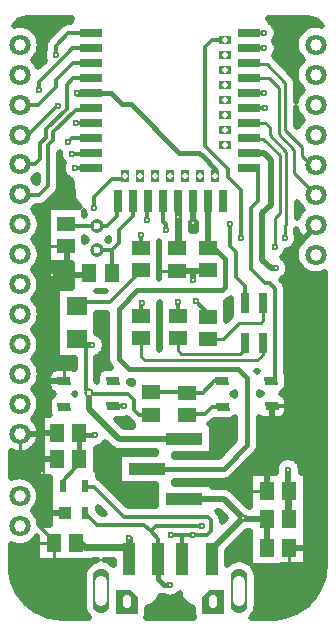
<source format=gbr>
G04 DipTrace 3.2.0.1*
G04 Âåðõíèé.gbr*
%MOMM*%
G04 #@! TF.FileFunction,Copper,L1,Top*
G04 #@! TF.Part,Single*
%AMOUTLINE0*
4,1,4,
0.54717,0.3544,
-0.55277,0.3456,
-0.54717,-0.3544,
0.55277,-0.3456,
0.54717,0.3544,
0*%
%AMOUTLINE9*
4,1,5,
-0.9,0.4,
-0.9,-1.0,
0.9,-1.0,
0.9,1.0,
-0.3,1.0,
-0.9,0.4,
0*%
%AMOUTLINE12*
4,1,5,
-0.9,-1.0,
0.9,-1.0,
0.9,0.4,
0.3,1.0,
-0.9,1.0,
-0.9,-1.0,
0*%
%ADD14C,0.5*%
%ADD15C,0.3*%
%ADD16C,0.6*%
%ADD17C,0.4*%
%ADD44C,0.7*%
%ADD45C,1.0*%
G04 #@! TA.AperFunction,CopperBalancing*
%ADD10C,0.25*%
G04 #@! TA.AperFunction,Conductor*
%ADD18C,0.45*%
%ADD19C,0.35*%
%ADD21R,1.5X1.3*%
%ADD22R,1.3X1.5*%
G04 #@! TA.AperFunction,ComponentPad*
%ADD24C,1.8*%
%ADD25C,1.8*%
%ADD27R,1.8X1.6*%
%ADD29R,0.8X1.8*%
%ADD30R,1.9X0.8*%
%ADD31R,0.8X1.9*%
G04 #@! TA.AperFunction,ComponentPad*
%ADD32R,1.1X0.75*%
%ADD33R,0.75X1.1*%
%ADD35R,1.0X1.0*%
%ADD36R,0.6X1.0*%
G04 #@! TA.AperFunction,ComponentPad*
%ADD37O,1.4X3.8*%
%ADD38R,1.0X2.7*%
%ADD40R,3.17X1.02*%
G04 #@! TA.AperFunction,ComponentPad*
%ADD41C,1.2*%
G04 #@! TA.AperFunction,ViaPad*
%ADD42C,0.8*%
%ADD86OUTLINE0*%
G04 #@! TA.AperFunction,ComponentPad*
%ADD95OUTLINE9*%
%ADD98OUTLINE12*%
%FSLAX35Y35*%
G04*
G71*
G90*
G75*
G01*
G04 Top*
%LPD*%
X233990Y-1588557D2*
D14*
Y-1508000D1*
D15*
X99000D1*
X232000Y-1106000D2*
D14*
Y-920000D1*
X232500D1*
X99000Y-1508000D2*
X359620D1*
D15*
X365620Y-1502000D1*
X-962180Y-1547077D2*
D14*
X-665077D1*
D15*
X-645000Y-1527000D1*
X-962180Y-1547077D2*
D14*
X-835143D1*
Y-1305507D1*
D15*
X-839233Y-1301417D1*
X-628000Y-5000D2*
D16*
X-751700D1*
Y-5550D1*
X-962180Y-1547077D2*
D14*
X-1046000Y-1630897D1*
Y-2444163D1*
X-858353D1*
X-1043413D2*
Y-2889000D1*
Y-2710400D1*
Y-2883797D1*
Y-3102870D1*
Y-3223637D1*
Y-3559367D1*
X-847757D1*
X-1043413Y-2710400D2*
D15*
X-1057510Y-2724497D1*
Y-3679360D1*
X-943713Y-3793157D1*
Y-3812647D1*
X-1230000Y-2889000D2*
D14*
X-1043413D1*
X423000Y-710000D2*
D17*
Y-647380D1*
X316157Y-540537D1*
X287230Y-511610D1*
X117830D1*
X-294430Y-99350D1*
X-363117D1*
X-457467Y-5000D1*
X-628000D1*
X-1045267Y-3223637D2*
D15*
X-1043413D1*
X-920637Y-3102870D2*
D14*
X-1043413D1*
X-920520Y-2883797D2*
X-1043413D1*
X1272000Y-1118000D2*
X1290420D1*
X1093323Y-1315097D1*
Y-1496563D1*
X1296777Y-1700017D1*
Y-2652013D1*
X1268460D1*
X1333000Y-2716553D1*
Y-3771000D1*
X1252000Y-3852000D1*
X1051000D1*
X900353Y-2655837D2*
D15*
X1292953D1*
X1296777Y-2652013D1*
X861000Y-3373407D2*
D14*
Y-3020947D1*
X900353Y-2981593D1*
Y-2655837D1*
X-153057Y-1077827D2*
D15*
Y-924557D1*
X-148500Y-920000D1*
X-575793Y-1126740D2*
X-489740D1*
X-410000Y-1047000D1*
Y-927500D1*
X-402500Y-920000D1*
X-839233Y-1111417D2*
X-816650Y-1134000D1*
X-583053D1*
X-575793Y-1126740D1*
Y-1336740D2*
X-449363D1*
X-388000Y-1275377D1*
Y-1160000D1*
X-275500Y-1047500D1*
Y-920000D1*
X-455000Y-1527000D2*
X-449363D1*
Y-1336740D1*
X106767Y-1052003D2*
D16*
X105500Y-920000D1*
X106767Y-1052003D2*
X106763D1*
Y-1310237D1*
D15*
X99000Y-1318000D1*
X548113Y-1116573D2*
Y-1296257D1*
X599080Y-1347223D1*
Y-1558770D1*
X675000Y-1634690D1*
Y-1780000D1*
X-616487Y-2141000D2*
D14*
X-750000D1*
Y-2090000D1*
D15*
Y-2061303D1*
X-675007Y-2136297D1*
Y-2493917D1*
Y-2518453D1*
X-644387Y-2549073D1*
X-316077D1*
X-265460Y-2599690D1*
Y-2687567D1*
X-225027Y-2728000D1*
X-118000D1*
X-648167Y-2542990D2*
X-675007Y-2493917D1*
X-648167Y-2542990D2*
D14*
Y-2677470D1*
X-393273Y-2932363D1*
X158500D1*
X359500Y-920000D2*
Y-1305880D1*
X365620Y-1312000D1*
X-158500Y-3186363D2*
D18*
X493560D1*
X693097Y-2986827D1*
Y-2419773D1*
X613930Y-2340607D1*
X-305660D1*
X-392877Y-2253390D1*
Y-1831640D1*
X-235637Y-1674400D1*
X479250D1*
X503700Y-1649950D1*
Y-1405437D1*
X410263Y-1312000D1*
X365620D1*
X-209000Y-1208000D2*
D15*
Y-1313000D1*
X3903Y-1167337D2*
Y-1114000D1*
X-17093Y-1093003D1*
Y-920000D1*
X-21500D1*
X-200220Y-1779233D2*
X-202000Y-1781013D1*
Y-1889000D1*
X-750000Y-1810000D2*
Y-1788247D1*
X-736623Y-1774870D1*
X-469643D1*
X-203387Y-1508613D1*
X-209000Y-1503000D1*
X365600Y-1899000D2*
Y-1871640D1*
X262853Y-1768893D1*
X365600Y-2089000D2*
D10*
X486377D1*
X625090Y-1950287D1*
X809363D1*
X829723Y-1929927D1*
Y-1784723D1*
X825000Y-1780000D1*
X107000Y-2080000D2*
Y-2184000D1*
X134617Y-2211617D1*
X632567D1*
X675000Y-2169183D1*
Y-2120000D1*
X-202000Y-2079000D2*
Y-2235000D1*
X-170103Y-2266897D1*
X777733D1*
X825000Y-2219630D1*
Y-2120000D1*
X105357Y-1769187D2*
D15*
X107000Y-1890000D1*
X712000Y122000D2*
D10*
X875277D1*
X959370Y37907D1*
Y-354547D1*
X1088487Y-483663D1*
Y-680487D1*
X1272000Y-864000D1*
X-762807Y-640000D2*
D15*
X-628000D1*
X-1230000Y-356000D2*
X-1159203D1*
X-913947Y-110743D1*
X-907450D1*
X-759317Y-255560D2*
X-631440D1*
X-628000Y-259000D1*
Y503000D2*
X-821407D1*
X-926237Y398170D1*
Y318023D1*
X-923397Y320863D1*
X-822293Y-422013D2*
X-786280Y-386000D1*
X-628000D1*
X-787590Y-518083D2*
X-633083D1*
X-628000Y-513000D1*
X-339000Y-710000D2*
Y-733253D1*
X-449147D1*
X-600520Y-884627D1*
Y-980843D1*
X-350233Y-2655177D2*
X-441647Y-2655837D1*
X644260Y-1231053D2*
Y-828310D1*
X532833Y-716883D1*
Y-650093D1*
X336950Y-454210D1*
Y383873D1*
X395093Y442017D1*
X497017D1*
X502000Y447000D1*
X898633Y-2440843D2*
X932663D1*
Y-1664260D1*
X884300Y-1615897D1*
X845980D1*
X725073Y-1494990D1*
Y-976110D1*
X785977Y-915207D1*
Y-640000D1*
X712000D1*
X185000Y-2731000D2*
Y-2718000D1*
X334997D1*
X393840Y-2659157D1*
X485367D1*
X185000Y-2541000D2*
X315437D1*
X412273Y-2444163D1*
X483647D1*
X-118000Y-2538000D2*
X185000D1*
Y-2541000D1*
X392000Y-3950000D2*
D14*
Y-3865750D1*
X649127Y-3608623D1*
X717000D1*
X861000D1*
Y-3612000D1*
Y-3852000D1*
X661927Y-3605847D2*
X717000Y-3608623D1*
X-595307Y-2902200D2*
D17*
X-712117D1*
D15*
X-730520Y-2883797D1*
D17*
Y-3102753D1*
D15*
X-730637Y-3102870D1*
X-867757Y-3329366D2*
Y-3288523D1*
D19*
X-761153Y-3181920D1*
Y-3133387D1*
D15*
X-730637Y-3102870D1*
X158500Y-3440363D2*
D14*
X496443D1*
X661927Y-3605847D1*
X1042370Y-3192390D2*
Y-3559490D1*
X1030610Y-3571250D1*
Y-3612000D1*
X1051000D1*
Y-3373407D2*
D17*
Y-3612000D1*
X712000Y-513000D2*
D14*
X837423D1*
X896147Y-571723D1*
Y-949170D1*
X822313Y-1023003D1*
Y-1416667D1*
X893183Y-1487537D1*
X935067D1*
X45117Y-3748457D2*
D15*
X142000D1*
Y-3746943D1*
X235873D1*
X928290Y-1305287D2*
D10*
Y-1064120D1*
X968627Y-1023783D1*
Y-532523D1*
X826103Y-390000D1*
X716000D1*
X712000Y-386000D1*
X235873Y-3746943D2*
D15*
X351933D1*
X384393Y-3714487D1*
Y-3618560D1*
X358967Y-3593133D1*
X-353760D1*
X-606800Y-3340090D1*
X-667033D1*
X-677757Y-3329367D1*
X142000Y-3950000D2*
Y-3746943D1*
X1011530Y-1230843D2*
D10*
Y-1131810D1*
X1026183Y-1117157D1*
Y-503423D1*
X884000Y-361240D1*
Y-294293D1*
X845707Y-256000D1*
X715000D1*
X712000Y-259000D1*
X-58000Y-3950000D2*
D17*
Y-4118257D1*
X-6737Y-4169520D1*
X41383D1*
X-58000Y-3950000D2*
D15*
Y-3780437D1*
X-122640Y-3715797D1*
X-176257Y-3662180D1*
X-574943D1*
X-677757Y-3559367D1*
X307803Y-3670370D2*
X-77213D1*
X-122640Y-3715797D1*
X-308000Y-3950000D2*
D16*
Y-3847810D1*
X-675553D1*
X-710717Y-3812647D1*
X-753713D1*
X-310353Y-3773427D2*
Y-3947647D1*
D15*
X-308000Y-3950000D1*
X842570Y-132553D2*
X712553D1*
X712000Y-132000D1*
X-1230000Y-102000D2*
X-1073497D1*
X-927997Y43500D1*
Y107917D1*
X-784307Y251607D1*
X-630607D1*
X-628000Y249000D1*
Y376000D2*
X-786527D1*
X-816417Y346110D1*
Y342387D1*
X-1069560Y89243D1*
Y24177D1*
X-1073273Y20463D1*
X712000Y249000D2*
D10*
Y242293D1*
X857183D1*
X1016580Y82897D1*
Y-320860D1*
X1153323Y-457603D1*
Y-533117D1*
X1257230Y-637023D1*
Y-610000D1*
X1272000D1*
X712000Y503000D2*
D15*
X836937D1*
X837007Y502930D1*
X712000Y376000D2*
X837087D1*
Y374127D1*
X712000Y-5000D2*
X838183Y-7077D1*
X-1230000Y-609000D2*
X-1101177D1*
X-1057657Y-565480D1*
Y-431187D1*
X-1010443Y-383973D1*
Y-311103D1*
X-835030Y-135690D1*
Y66533D1*
X-778263Y123300D1*
X-629300D1*
X-628000Y122000D1*
Y-132000D2*
Y-145430D1*
X-759467D1*
X-949193Y-335157D1*
Y-399637D1*
X-989747Y-440190D1*
Y-794417D1*
X-1066967Y-871637D1*
X-1221363D1*
X-1230000Y-863000D1*
D16*
X837007Y502930D3*
X837087Y374127D3*
X-923397Y320863D3*
X-1073273Y20463D3*
X-751700Y-5550D3*
X838183Y-7077D3*
X-907450Y-110743D3*
X-759317Y-255560D3*
X-822293Y-422013D3*
X-787590Y-518083D3*
X-762807Y-640000D3*
X-600520Y-980843D3*
X106767Y-1052003D3*
X3903Y-1167337D3*
X232000Y-1106000D3*
X-209000Y-1208000D3*
X1011530Y-1230843D3*
X928290Y-1305287D3*
X548113Y-1116573D3*
X644260Y-1231053D3*
X935067Y-1487537D3*
X-962180Y-1547077D3*
X233990Y-1588557D3*
X105357Y-1769187D3*
X262853Y-1768893D3*
X-200220Y-1779233D3*
X-616487Y-2141000D3*
X-350233Y-2655177D3*
X-595307Y-2902200D3*
D42*
X-648167Y-2542990D3*
D16*
X1042370Y-3192390D3*
X-1045267Y-3223637D3*
X307803Y-3670370D3*
X235873Y-3746943D3*
X661927Y-3605847D3*
X45117Y-3748457D3*
X-310353Y-3773427D3*
X41383Y-4169520D3*
X842570Y-132553D3*
X-153057Y-1077827D3*
X-1260297Y580333D2*
D14*
X-876273D1*
X915903D2*
X1300653D1*
X-1113917Y530667D2*
X-928863D1*
X945343D2*
X1155917D1*
X-1075817Y481000D2*
X-978537D1*
X946710D2*
X1117817D1*
X-1059957Y431333D2*
X-1017093D1*
X932490D2*
X1101957D1*
X-1059773Y381667D2*
X-1023200D1*
X948807D2*
X1101773D1*
X-1075270Y332000D2*
X-1034773D1*
X940420D2*
X1117270D1*
X-1112730Y282333D2*
X-1028213D1*
X948713D2*
X1154730D1*
X-1078733Y232667D2*
X-1061197D1*
X998390D2*
X1120733D1*
X1048063Y183000D2*
X1102870D1*
X1111047Y34000D2*
X1148807D1*
X1111047Y-214333D2*
X1143430D1*
X1111047Y-264000D2*
X1127603D1*
X-892703Y-611667D2*
X-870980D1*
X-892703Y-661333D2*
X-872607D1*
X-892703Y-711000D2*
X-847833D1*
X-892703Y-760667D2*
X-791143D1*
X-894163Y-810333D2*
X-790960D1*
X-920230Y-860000D2*
X-790777D1*
X-969903Y-909667D2*
X-780843D1*
X-1034163Y-959333D2*
X-735270D1*
X-1097600Y-1009000D2*
X-996220D1*
X1120707D2*
X1140513D1*
X-1068523Y-1058667D2*
X-996220D1*
X-1058227Y-1108333D2*
X-996220D1*
X218727D2*
X252477D1*
X-1063147Y-1158000D2*
X-996220D1*
X218727D2*
X252477D1*
X-1084750Y-1207667D2*
X-996220D1*
X-1102613Y-1257333D2*
X-996220D1*
X1120160D2*
X1145617D1*
X-1070713Y-1307000D2*
X-996220D1*
X1091723D2*
X1113167D1*
X-1058590Y-1356667D2*
X-996220D1*
X1027190D2*
X1100680D1*
X-1061780Y-1406333D2*
X-996220D1*
X1009783D2*
X1103597D1*
X-1081287Y-1456000D2*
X-791963D1*
X1042320D2*
X1122647D1*
X-1111180Y-1505667D2*
X-791963D1*
X1045513D2*
X1166853D1*
X-1076727Y-1555333D2*
X-791963D1*
X1022817D2*
X1346593D1*
X-1063057Y-1605000D2*
X-791963D1*
X1008050D2*
X1346593D1*
X-1064880Y-1654667D2*
X-922027D1*
X1029197D2*
X1346593D1*
X-1082560Y-1704333D2*
X-922027D1*
X1029653D2*
X1346500D1*
X-1113097Y-1754000D2*
X-922027D1*
X1029653D2*
X1346500D1*
X-1075453Y-1803667D2*
X-922027D1*
X522607D2*
X552987D1*
X1029653D2*
X1346500D1*
X-1059867Y-1853333D2*
X-922027D1*
X522607D2*
X552987D1*
X1029653D2*
X1346410D1*
X-1059867Y-1903000D2*
X-922027D1*
X-577977D2*
X-497380D1*
X522607D2*
X540853D1*
X1029653D2*
X1346410D1*
X-1075633Y-1952667D2*
X-922027D1*
X-577977D2*
X-497380D1*
X1029653D2*
X1346320D1*
X-1113550Y-2002333D2*
X-922027D1*
X-577977D2*
X-497380D1*
X1029653D2*
X1346320D1*
X-1082380Y-2052000D2*
X-922027D1*
X-552093D2*
X-497380D1*
X1029653D2*
X1346320D1*
X-1064787Y-2101667D2*
X-922027D1*
X1029653D2*
X1346227D1*
X-1063147Y-2151333D2*
X-922027D1*
X1029653D2*
X1346227D1*
X-1076910Y-2201000D2*
X-922027D1*
X-522927D2*
X-497403D1*
X1029653D2*
X1346227D1*
X-1111453Y-2250667D2*
X-772000D1*
X-577977D2*
X-497380D1*
X1029653D2*
X1346137D1*
X-1081650Y-2300333D2*
X-772000D1*
X-577977D2*
X-485620D1*
X1029653D2*
X1346137D1*
X-1061963Y-2350000D2*
X-967417D1*
X-577977D2*
X-556110D1*
X1029653D2*
X1346137D1*
X-1058590Y-2399667D2*
X-994943D1*
X1035120D2*
X1346047D1*
X-1070440Y-2449333D2*
X-995310D1*
X-306273D2*
X-274983D1*
X1035667D2*
X1346047D1*
X-1102067Y-2499000D2*
X-992573D1*
X1032203D2*
X1345953D1*
X-1086023Y-2548667D2*
X-952107D1*
X797597D2*
X812683D1*
X988090D2*
X1345953D1*
X-1066063Y-2598333D2*
X-989293D1*
X1033847D2*
X1345953D1*
X-1062510Y-2648000D2*
X-993760D1*
X1037310D2*
X1345863D1*
X-1074177Y-2697667D2*
X-993303D1*
X1037310D2*
X1345863D1*
X-1105440Y-2747333D2*
X-1067497D1*
X1012427D2*
X1345863D1*
X-1085660Y-2797000D2*
X-1067590D1*
X-379370D2*
X-290843D1*
X387167D2*
X588623D1*
X797597D2*
X1345773D1*
X399013Y-2846667D2*
X588623D1*
X797597D2*
X1345773D1*
X399013Y-2896333D2*
X588623D1*
X797597D2*
X1345680D1*
X399013Y-2946000D2*
X588167D1*
X797597D2*
X1345680D1*
X-1096507Y-2995667D2*
X-1067680D1*
X-538237D2*
X-479240D1*
X399013D2*
X538583D1*
X797230D2*
X1345680D1*
X-1166233Y-3045333D2*
X-1067680D1*
X-583630D2*
X-82027D1*
X399013D2*
X488910D1*
X778547D2*
X1345590D1*
X-1301677Y-3095000D2*
X-1067680D1*
X-583630D2*
X-399033D1*
X730603D2*
X993037D1*
X1091723D2*
X1345590D1*
X-1301583Y-3144667D2*
X-1067680D1*
X-583630D2*
X-399033D1*
X680930D2*
X941630D1*
X1143130D2*
X1345590D1*
X-1301583Y-3194333D2*
X-1067680D1*
X-583630D2*
X-399033D1*
X631347D2*
X930420D1*
X1154340D2*
X1345500D1*
X-1301493Y-3244000D2*
X-1067680D1*
X-565763D2*
X-399033D1*
X581670D2*
X714040D1*
X1198000D2*
X1345500D1*
X-1116287Y-3293667D2*
X-979723D1*
X-518097D2*
X-399033D1*
X82010D2*
X714040D1*
X1198000D2*
X1345500D1*
X-1079097Y-3343333D2*
X-979723D1*
X-468420D2*
X-82027D1*
X532907D2*
X714040D1*
X1198000D2*
X1345407D1*
X-1063693Y-3393000D2*
X-979723D1*
X-418747D2*
X-82027D1*
X598350D2*
X714040D1*
X1198000D2*
X1345407D1*
X-1063967Y-3442667D2*
X-979723D1*
X-369163D2*
X-82027D1*
X648023D2*
X714040D1*
X1198000D2*
X1345317D1*
X-1080010Y-3492333D2*
X-979723D1*
X-319487D2*
X-82027D1*
X697700D2*
X713953D1*
X1198000D2*
X1345317D1*
X-1118380Y-3542000D2*
X-979723D1*
X-560023D2*
X-540037D1*
X1198000D2*
X1345317D1*
X-1078003Y-3591667D2*
X-979723D1*
X477400D2*
X498537D1*
X1198000D2*
X1345227D1*
X-1060597Y-3641333D2*
X-979723D1*
X1198000D2*
X1345227D1*
X1198000Y-3691000D2*
X1345227D1*
X666347Y-3740667D2*
X714040D1*
X1198000D2*
X1345133D1*
X-1108263Y-3790333D2*
X-1090727D1*
X616670D2*
X714040D1*
X1198000D2*
X1345133D1*
X-1301130Y-3840000D2*
X-1090737D1*
X566997D2*
X714040D1*
X1198000D2*
X1345133D1*
X-1301130Y-3889667D2*
X-1090737D1*
X523977D2*
X714040D1*
X1198000D2*
X1345043D1*
X-1301037Y-3939333D2*
X-1090737D1*
X523977D2*
X714040D1*
X1198000D2*
X1345043D1*
X-1301037Y-3989000D2*
X-644397D1*
X1198000D2*
X1343950D1*
X-1301037Y-4038667D2*
X-681583D1*
X765603D2*
X1340213D1*
X-1294020Y-4088333D2*
X-694527D1*
X778547D2*
X1336477D1*
X-1283447Y-4138000D2*
X-694983D1*
X779000D2*
X1320433D1*
X-1263120Y-4187667D2*
X-694983D1*
X779000D2*
X1304120D1*
X-1240517Y-4237333D2*
X-694983D1*
X779000D2*
X1273583D1*
X-1200413Y-4287000D2*
X-694983D1*
X-47143D2*
X131163D1*
X779000D2*
X1237857D1*
X-1154383Y-4336667D2*
X-694983D1*
X-88523D2*
X172543D1*
X779000D2*
X1195380D1*
X-1089580Y-4386333D2*
X-687510D1*
X-149047D2*
X231970D1*
X771527D2*
X1120370D1*
X-951310Y-4436000D2*
X-659347D1*
X-153330D2*
X236163D1*
X743363D2*
X982557D1*
X-687233Y-1253423D2*
Y-1267133D1*
X-675000Y-1253127D1*
X-666077Y-1245017D1*
X-682303Y-1228973D1*
X-684670Y-1225970D1*
X-687233Y-1226083D1*
X-687323Y-1253417D1*
X-787000Y-1443417D2*
X-991233D1*
Y-969417D1*
X-720073D1*
X-767267Y-921960D1*
X-774370Y-912183D1*
X-779857Y-901417D1*
X-783590Y-889927D1*
X-785480Y-877970D1*
X-786190Y-756970D1*
X-800000Y-757000D1*
Y-740320D1*
X-811383Y-735337D1*
X-825700Y-726563D1*
X-838467Y-715660D1*
X-849370Y-702893D1*
X-858143Y-688577D1*
X-864570Y-673063D1*
X-868490Y-656740D1*
X-869807Y-640000D1*
X-868490Y-623260D1*
X-864570Y-606937D1*
X-860467Y-596460D1*
X-868953Y-587573D1*
X-878823Y-573990D1*
X-886447Y-559030D1*
X-891633Y-543063D1*
X-894260Y-526480D1*
Y-509687D1*
X-893353Y-502030D1*
X-897747Y-510190D1*
X-898030Y-801633D1*
X-900287Y-815893D1*
X-904750Y-829623D1*
X-911303Y-842487D1*
X-919790Y-854167D1*
X-1001913Y-936690D1*
X-1012890Y-946067D1*
X-1025200Y-953610D1*
X-1038537Y-959133D1*
X-1052573Y-962503D1*
X-1066967Y-963637D1*
X-1096770D1*
X-1111913Y-981087D1*
X-1121543Y-990013D1*
X-1103013Y-1008543D1*
X-1087610Y-1029743D1*
X-1075713Y-1053093D1*
X-1067613Y-1078013D1*
X-1063513Y-1103897D1*
Y-1130103D1*
X-1067613Y-1155987D1*
X-1075713Y-1180907D1*
X-1087610Y-1204257D1*
X-1103013Y-1225457D1*
X-1121543Y-1244013D1*
X-1103013Y-1262543D1*
X-1087610Y-1283743D1*
X-1075713Y-1307093D1*
X-1067613Y-1332013D1*
X-1063513Y-1357897D1*
Y-1384103D1*
X-1067613Y-1409987D1*
X-1075713Y-1434907D1*
X-1087610Y-1458257D1*
X-1103013Y-1479457D1*
X-1121543Y-1497987D1*
X-1123030Y-1499160D1*
X-1107013Y-1515543D1*
X-1091610Y-1536743D1*
X-1079713Y-1560093D1*
X-1071613Y-1585013D1*
X-1067513Y-1610897D1*
Y-1637103D1*
X-1071613Y-1662987D1*
X-1079713Y-1687907D1*
X-1091610Y-1711257D1*
X-1107013Y-1732457D1*
X-1123623Y-1749213D1*
X-1111913Y-1759913D1*
X-1094893Y-1779840D1*
X-1081203Y-1802183D1*
X-1071173Y-1826393D1*
X-1065057Y-1851877D1*
X-1063000Y-1878000D1*
X-1065057Y-1904123D1*
X-1071173Y-1929607D1*
X-1081203Y-1953817D1*
X-1094893Y-1976160D1*
X-1111913Y-1996087D1*
X-1123673Y-2006670D1*
X-1107013Y-2023543D1*
X-1091610Y-2044743D1*
X-1079713Y-2068093D1*
X-1071613Y-2093013D1*
X-1067513Y-2118897D1*
Y-2145103D1*
X-1071613Y-2170987D1*
X-1079713Y-2195907D1*
X-1091610Y-2219257D1*
X-1107013Y-2240457D1*
X-1123623Y-2257213D1*
X-1111913Y-2267913D1*
X-1094893Y-2287840D1*
X-1081203Y-2310183D1*
X-1071173Y-2334393D1*
X-1065057Y-2359877D1*
X-1063000Y-2386000D1*
X-1065057Y-2412123D1*
X-1071173Y-2437607D1*
X-1081203Y-2461817D1*
X-1094893Y-2484160D1*
X-1111913Y-2504087D1*
X-1120753Y-2512257D1*
X-1107013Y-2526543D1*
X-1091610Y-2547743D1*
X-1079713Y-2571093D1*
X-1071613Y-2596013D1*
X-1067513Y-2621897D1*
Y-2648103D1*
X-1071613Y-2673987D1*
X-1079713Y-2698907D1*
X-1091610Y-2722257D1*
X-1107013Y-2743457D1*
X-1123623Y-2760213D1*
X-1107837Y-2775137D1*
X-1095897Y-2789473D1*
X-1085633Y-2805053D1*
X-1077170Y-2821680D1*
X-1070613Y-2839147D1*
X-1066050Y-2857237D1*
X-1063530Y-2875723D1*
X-1063067Y-2893667D1*
X-1064627Y-2912257D1*
X-1068253Y-2930560D1*
X-1073900Y-2948340D1*
X-1081493Y-2965383D1*
X-1090940Y-2981470D1*
X-1102120Y-2996407D1*
X-1114900Y-3010000D1*
X-1129113Y-3022083D1*
X-1144590Y-3032507D1*
X-1161130Y-3041137D1*
X-1178530Y-3047870D1*
X-1196570Y-3052620D1*
X-1215030Y-3055327D1*
X-1233677Y-3055960D1*
X-1252277Y-3054507D1*
X-1270600Y-3050990D1*
X-1288417Y-3045450D1*
X-1306680Y-3037340D1*
X-1306523Y-3266387D1*
X-1285607Y-3258073D1*
X-1260123Y-3251957D1*
X-1234000Y-3249900D1*
X-1207877Y-3251957D1*
X-1182393Y-3258073D1*
X-1158183Y-3268103D1*
X-1135840Y-3281793D1*
X-1115913Y-3298813D1*
X-1098893Y-3318740D1*
X-1085203Y-3341083D1*
X-1075173Y-3365293D1*
X-1069057Y-3390777D1*
X-1067000Y-3416900D1*
X-1069057Y-3443023D1*
X-1075173Y-3468507D1*
X-1085203Y-3492717D1*
X-1098893Y-3515060D1*
X-1115913Y-3534987D1*
X-1123623Y-3542113D1*
X-1111913Y-3552813D1*
X-1094893Y-3572740D1*
X-1081203Y-3595083D1*
X-1071173Y-3619293D1*
X-1065057Y-3644777D1*
X-1063403Y-3660613D1*
X-974753Y-3660647D1*
X-974757Y-3254843D1*
X-1062637Y-3254870D1*
X-1062520Y-2731797D1*
X-978757D1*
X-984390Y-2718977D1*
X-987303Y-2707250D1*
X-988347Y-2695190D1*
X-988720Y-2619170D1*
X-986923Y-2607220D1*
X-983283Y-2595700D1*
X-977883Y-2584890D1*
X-970860Y-2575060D1*
X-962383Y-2566447D1*
X-952667Y-2559267D1*
X-941923Y-2553687D1*
X-940237Y-2551653D1*
X-952817Y-2545553D1*
X-964087Y-2537277D1*
X-973673Y-2527103D1*
X-981263Y-2515360D1*
X-986607Y-2502440D1*
X-989523Y-2488767D1*
X-990180Y-2466220D1*
X-990137Y-2400903D1*
X-987303Y-2387213D1*
X-982040Y-2374263D1*
X-974523Y-2362473D1*
X-964997Y-2352240D1*
X-953780Y-2343897D1*
X-941237Y-2337723D1*
X-927783Y-2333913D1*
X-918510Y-2332757D1*
X-799587Y-2331830D1*
X-785750Y-2333830D1*
X-772503Y-2338297D1*
X-768280Y-2340320D1*
X-767007Y-2330583D1*
Y-2247003D1*
X-917000Y-2247000D1*
Y-1653000D1*
X-786933D1*
X-787000Y-1443423D1*
X-687233Y-1002320D2*
Y-1042060D1*
X-680230Y-1039537D1*
X-684150Y-1023213D1*
X-685377Y-1004210D1*
X213710Y-1170000D2*
X257460D1*
X257500Y-1091960D1*
X213747Y-1092000D1*
X213763Y-1170037D1*
X-53000Y-1574913D2*
Y-1257930D1*
X-57000Y-1264333D1*
Y-1574920D1*
X-503950Y-1679000D2*
X-583063D1*
X-573290Y-1682870D1*
X-507757D1*
X-588520Y-3008970D2*
X-588637Y-3202343D1*
X-570757Y-3202367D1*
Y-3255507D1*
X-558730Y-3261647D1*
X-547050Y-3270133D1*
X-459250Y-3357533D1*
X-315593Y-3501193D1*
X-76950Y-3501133D1*
X-77000Y-3314403D1*
X-394000Y-3314367D1*
Y-3058367D1*
X-77087D1*
X-77000Y-3034390D1*
X-401273Y-3034050D1*
X-417083Y-3031547D1*
X-432307Y-3026600D1*
X-446567Y-3019333D1*
X-459517Y-3009927D1*
X-507097Y-2962790D1*
X-519647Y-2977860D1*
X-532413Y-2988763D1*
X-546730Y-2997537D1*
X-562243Y-3003963D1*
X-578567Y-3007883D1*
X-588520Y-3008933D1*
X723667Y-3221407D2*
X939373D1*
X936687Y-3209130D1*
X935370Y-3192390D1*
X936687Y-3175650D1*
X940607Y-3159327D1*
X947033Y-3143813D1*
X955807Y-3129497D1*
X966710Y-3116730D1*
X979477Y-3105827D1*
X993793Y-3097053D1*
X1009307Y-3090627D1*
X1025630Y-3086707D1*
X1042370Y-3085390D1*
X1059110Y-3086707D1*
X1075433Y-3090627D1*
X1090947Y-3097053D1*
X1105263Y-3105827D1*
X1118030Y-3116730D1*
X1128933Y-3129497D1*
X1137707Y-3143813D1*
X1144133Y-3159327D1*
X1148053Y-3175650D1*
X1149370Y-3192390D1*
X1148053Y-3209130D1*
X1145283Y-3221380D1*
X1193000Y-3221407D1*
Y-4004000D1*
X738780Y-4004530D1*
X752337Y-4023193D1*
X762810Y-4043747D1*
X769940Y-4065683D1*
X773547Y-4088467D1*
X774000Y-4146667D1*
Y-4340000D1*
X772190Y-4362997D1*
X766807Y-4385427D1*
X757977Y-4406737D1*
X745927Y-4426403D1*
X730943Y-4443943D1*
X729453Y-4445323D1*
X925180Y-4445003D1*
X1017667Y-4431653D1*
X1109603Y-4396590D1*
X1198383Y-4338980D1*
X1259833Y-4267117D1*
X1308233Y-4190237D1*
X1341297Y-4090080D1*
X1350000Y-3975040D1*
X1351650Y-1518783D1*
X1335907Y-1526287D1*
X1310987Y-1534387D1*
X1285103Y-1538487D1*
X1258897D1*
X1233013Y-1534387D1*
X1208093Y-1526287D1*
X1184743Y-1514390D1*
X1163543Y-1498987D1*
X1145013Y-1480457D1*
X1129610Y-1459257D1*
X1117713Y-1435907D1*
X1109613Y-1410987D1*
X1105513Y-1385103D1*
Y-1358897D1*
X1109613Y-1333013D1*
X1117713Y-1308093D1*
X1129610Y-1284743D1*
X1145013Y-1263543D1*
X1163583Y-1244980D1*
X1148497Y-1230410D1*
X1136727Y-1215930D1*
X1126650Y-1200230D1*
X1118383Y-1183503D1*
X1112037Y-1165960D1*
X1108543Y-1152200D1*
X1102480Y-1163943D1*
X1102763Y-1174937D1*
X1110387Y-1189897D1*
X1115573Y-1205863D1*
X1118200Y-1222447D1*
Y-1239240D1*
X1115573Y-1255823D1*
X1110387Y-1271790D1*
X1102763Y-1286750D1*
X1092893Y-1300333D1*
X1081020Y-1312207D1*
X1067437Y-1322077D1*
X1052477Y-1329700D1*
X1036510Y-1334887D1*
X1030810Y-1336020D1*
X1023627Y-1353863D1*
X1014853Y-1368180D1*
X1003950Y-1380947D1*
X991183Y-1391850D1*
X987553Y-1394277D1*
X997960Y-1400973D1*
X1010727Y-1411877D1*
X1021630Y-1424643D1*
X1030403Y-1438960D1*
X1036830Y-1454473D1*
X1040750Y-1470797D1*
X1042067Y-1487537D1*
X1040750Y-1504277D1*
X1036830Y-1520600D1*
X1030403Y-1536113D1*
X1021630Y-1550430D1*
X1010727Y-1563197D1*
X997960Y-1574100D1*
X982123Y-1583577D1*
X1002620Y-1604510D1*
X1011107Y-1616190D1*
X1017660Y-1629053D1*
X1022123Y-1642783D1*
X1024380Y-1657043D1*
X1024663Y-1780927D1*
Y-2376383D1*
X1028077Y-2386830D1*
X1030063Y-2398747D1*
X1030907Y-2474787D1*
X1030057Y-2486840D1*
X1027330Y-2498610D1*
X1022797Y-2509810D1*
X1016563Y-2520163D1*
X1008790Y-2529413D1*
X999667Y-2537333D1*
X989417Y-2543730D1*
X983923Y-2546313D1*
X982237Y-2548350D1*
X994817Y-2554450D1*
X1006087Y-2562723D1*
X1015673Y-2572897D1*
X1023263Y-2584640D1*
X1028607Y-2597560D1*
X1031523Y-2611233D1*
X1032180Y-2633780D1*
X1032137Y-2699097D1*
X1029303Y-2712787D1*
X1024040Y-2725737D1*
X1016523Y-2737527D1*
X1006997Y-2747760D1*
X995780Y-2756103D1*
X983237Y-2762277D1*
X969783Y-2766087D1*
X960510Y-2767240D1*
X841587Y-2768170D1*
X827750Y-2766170D1*
X814503Y-2761703D1*
X802283Y-2754913D1*
X794893Y-2749190D1*
X792597Y-2769773D1*
X792290Y-2994633D1*
X789847Y-3010053D1*
X785023Y-3024903D1*
X777933Y-3038817D1*
X768757Y-3051447D1*
X680957Y-3139680D1*
X558180Y-3262027D1*
X545547Y-3271203D1*
X531637Y-3278290D1*
X516787Y-3283117D1*
X501367Y-3285557D1*
X376893Y-3285863D1*
X76930D1*
X77000Y-3312330D1*
X394000Y-3312367D1*
Y-3338343D1*
X504447Y-3338680D1*
X520257Y-3341183D1*
X535480Y-3346130D1*
X549740Y-3353397D1*
X562690Y-3362803D1*
X634567Y-3434237D1*
X706300Y-3505970D1*
X718997Y-3506593D1*
X719000Y-3221407D1*
X723667D1*
X719000Y-3985317D2*
Y-3710603D1*
X691387Y-3710623D1*
X518943Y-3883057D1*
X519000Y-4000227D1*
X531530Y-3988220D1*
X550193Y-3974663D1*
X570747Y-3964190D1*
X592683Y-3957060D1*
X615467Y-3953453D1*
X638533D1*
X661317Y-3957060D1*
X683253Y-3964190D1*
X703807Y-3974663D1*
X719033Y-3985513D1*
X-611713Y-3954773D2*
Y-3964647D1*
X-1085713D1*
Y-3754993D1*
X-1094893Y-3769060D1*
X-1111913Y-3788987D1*
X-1131840Y-3806007D1*
X-1154183Y-3819697D1*
X-1178393Y-3829727D1*
X-1203877Y-3835843D1*
X-1230000Y-3837900D1*
X-1256123Y-3835843D1*
X-1281607Y-3829727D1*
X-1306130Y-3819523D1*
X-1306003Y-4055343D1*
X-1287077Y-4144310D1*
X-1247440Y-4234907D1*
X-1176253Y-4323180D1*
X-1100857Y-4383497D1*
X-996077Y-4430700D1*
X-866433Y-4447987D1*
X-643187Y-4447623D1*
X-654780Y-4435470D1*
X-668337Y-4416807D1*
X-678810Y-4396253D1*
X-685940Y-4374317D1*
X-689547Y-4351533D1*
X-690000Y-4293333D1*
X-689547Y-4088467D1*
X-685940Y-4065683D1*
X-678810Y-4043747D1*
X-668337Y-4023193D1*
X-654780Y-4004530D1*
X-638470Y-3988220D1*
X-619807Y-3974663D1*
X-599253Y-3964190D1*
X-577317Y-3957060D1*
X-566040Y-3954820D1*
X-611790Y-3954810D1*
X-1121567Y279003D2*
X-1107837Y265863D1*
X-1095897Y251527D1*
X-1085633Y235947D1*
X-1077170Y219320D1*
X-1074943Y213990D1*
X-1018023Y270887D1*
X-1025160Y287800D1*
X-1029080Y304123D1*
X-1030397Y320863D1*
X-1029080Y337603D1*
X-1025160Y353927D1*
X-1018237Y370327D1*
X-1017953Y405387D1*
X-1015697Y419647D1*
X-1011233Y433377D1*
X-1004680Y446240D1*
X-996193Y457920D1*
X-908793Y545720D1*
X-881157Y572957D1*
X-869477Y581443D1*
X-856613Y587997D1*
X-842883Y592460D1*
X-828623Y594717D1*
X-800000Y596000D1*
Y620000D1*
X-791887D1*
X-791913Y629960D1*
X-1173107Y630000D1*
X-1235640Y610023D1*
X-1280497Y565147D1*
X-1256123Y570943D1*
X-1230000Y573000D1*
X-1203877Y570943D1*
X-1178393Y564827D1*
X-1154183Y554797D1*
X-1131840Y541107D1*
X-1111913Y524087D1*
X-1094893Y504160D1*
X-1081203Y481817D1*
X-1071173Y457607D1*
X-1065057Y432123D1*
X-1063000Y406000D1*
X-1065057Y379877D1*
X-1071173Y354393D1*
X-1081203Y330183D1*
X-1094893Y307840D1*
X-1111913Y287913D1*
X-1121583Y278980D1*
X1116807Y-294543D2*
X1123203Y-280183D1*
X1136893Y-257840D1*
X1153913Y-237913D1*
X1163543Y-228987D1*
X1145013Y-210457D1*
X1129610Y-189257D1*
X1117713Y-165907D1*
X1109613Y-140987D1*
X1106073Y-119833D1*
X1106080Y-283783D1*
X1116797Y-294503D1*
X1106073Y-84167D2*
X1109613Y-63013D1*
X1117713Y-38093D1*
X1129610Y-14743D1*
X1145013Y6457D1*
X1163543Y25013D1*
X1145013Y43543D1*
X1129610Y64743D1*
X1117713Y88093D1*
X1109613Y113013D1*
X1105513Y138897D1*
Y165103D1*
X1109613Y190987D1*
X1117713Y215907D1*
X1129610Y239257D1*
X1145013Y260457D1*
X1163543Y279013D1*
X1145013Y297543D1*
X1129610Y318743D1*
X1117713Y342093D1*
X1109613Y367013D1*
X1105513Y392897D1*
Y419103D1*
X1109613Y444987D1*
X1117713Y469907D1*
X1129610Y493257D1*
X1145013Y514457D1*
X1163543Y532987D1*
X1184743Y548390D1*
X1208093Y560287D1*
X1233013Y568387D1*
X1258897Y572487D1*
X1285103D1*
X1310987Y568387D1*
X1322963Y565007D1*
X1271887Y610327D1*
X1196783Y630000D1*
X866317D1*
X866667Y620000D1*
X884000D1*
Y599127D1*
X899900Y589493D1*
X912667Y578590D1*
X923570Y565823D1*
X932343Y551507D1*
X938770Y535993D1*
X942690Y519670D1*
X944007Y502930D1*
X942690Y486190D1*
X938770Y469867D1*
X932343Y454353D1*
X922453Y438620D1*
X932423Y422703D1*
X938850Y407190D1*
X942770Y390867D1*
X944087Y374127D1*
X942770Y357387D1*
X938850Y341063D1*
X932423Y325550D1*
X923650Y311233D1*
X919770Y306310D1*
X1084637Y141023D1*
X1092890Y129660D1*
X1099267Y117147D1*
X1103607Y103790D1*
X1105803Y89920D1*
X1106080Y-57103D1*
Y-83080D1*
X-1121583Y-735980D2*
X-1103013Y-754543D1*
X-1093043Y-767607D1*
X-1081687Y-756247D1*
X-1081747Y-698987D1*
X-1086813Y-699870D1*
X-1094893Y-707160D1*
X-1111913Y-727087D1*
X-1121583Y-736020D1*
X1115683Y-1059270D2*
X1122597Y-1043383D1*
X1131853Y-1027183D1*
X1142857Y-1012117D1*
X1155473Y-998373D1*
X1163543Y-990987D1*
X1145013Y-972457D1*
X1129610Y-951257D1*
X1117713Y-927907D1*
X1115683Y-923423D1*
Y-1059140D1*
X-583000Y-1966997D2*
Y-2039367D1*
X-567910Y-2045663D1*
X-553593Y-2054437D1*
X-540827Y-2065340D1*
X-529923Y-2078107D1*
X-521150Y-2092423D1*
X-514723Y-2107937D1*
X-510803Y-2124260D1*
X-509487Y-2141000D1*
X-510803Y-2157740D1*
X-514723Y-2174063D1*
X-521150Y-2189577D1*
X-529923Y-2203893D1*
X-540827Y-2216660D1*
X-553593Y-2227563D1*
X-567910Y-2236337D1*
X-583020Y-2242617D1*
X-583007Y-2445737D1*
X-575310Y-2451557D1*
X-575453Y-2400857D1*
X-573657Y-2388907D1*
X-570017Y-2377387D1*
X-564617Y-2366577D1*
X-557593Y-2356747D1*
X-549117Y-2348133D1*
X-539400Y-2340953D1*
X-528677Y-2335383D1*
X-517217Y-2331557D1*
X-505300Y-2329570D1*
X-457970Y-2328957D1*
X-468537Y-2318010D1*
X-477713Y-2305380D1*
X-484803Y-2291467D1*
X-489627Y-2276617D1*
X-492070Y-2261197D1*
X-492377Y-2136723D1*
Y-1866840D1*
X-582937Y-1866870D1*
X-583090Y-1967000D1*
X-50000Y-2030970D2*
Y-2177353D1*
X-45000Y-2175333D1*
Y-1773967D1*
X-50000Y-1793667D1*
X-50090Y-2031000D1*
X517600Y-1766207D2*
Y-1931180D1*
X557997Y-1890807D1*
X558000Y-1736363D1*
X543870Y-1750060D1*
X531240Y-1759237D1*
X524393Y-1763067D1*
X-270000Y-2830353D2*
Y-2808293D1*
X-284777Y-2797957D1*
X-324153Y-2758980D1*
X-341837Y-2761847D1*
X-357743Y-2761880D1*
X-367797Y-2765123D1*
X-379713Y-2767110D1*
X-413733Y-2767620D1*
X-351047Y-2830340D1*
X-269950Y-2830363D1*
X-270000Y-2469363D2*
Y-2440197D1*
X-305690Y-2440107D1*
X-311280Y-2451453D1*
X-311233Y-2457193D1*
X-294600Y-2459617D1*
X-280870Y-2464077D1*
X-274283Y-2467113D1*
X-764287Y-2556553D2*
X-765060Y-2545680D1*
X-775487Y-2550610D1*
X-767490Y-2554843D1*
X121433Y-4240433D2*
X110873Y-4250883D1*
X97290Y-4260753D1*
X82330Y-4268377D1*
X66363Y-4273563D1*
X49780Y-4276190D1*
X32987D1*
X16403Y-4273563D1*
X437Y-4268377D1*
X-5283Y-4266520D1*
X-21910Y-4265327D1*
X-36740Y-4261763D1*
X-43193Y-4265427D1*
X-52023Y-4286737D1*
X-64073Y-4306403D1*
X-79057Y-4323943D1*
X-96597Y-4338927D1*
X-116263Y-4350977D1*
X-137573Y-4359807D1*
X-154070Y-4364127D1*
X-154307Y-4416833D1*
X-156197Y-4428770D1*
X-159930Y-4440260D1*
X-162473Y-4445770D1*
X-144710Y-4446790D1*
X245323Y-4445750D1*
X240700Y-4434587D1*
X237877Y-4422840D1*
X236930Y-4410770D1*
Y-4363853D1*
X221573Y-4359807D1*
X200263Y-4350977D1*
X180597Y-4338927D1*
X163057Y-4323943D1*
X148073Y-4306403D1*
X136023Y-4286737D1*
X127193Y-4265427D1*
X121810Y-4242997D1*
X121507Y-4240443D1*
X589417Y-2536857D2*
X579680Y-2544053D1*
X568937Y-2549633D1*
X568980Y-2552343D1*
X579790Y-2557743D1*
X589640Y-2564783D1*
X593597Y-2566827D1*
Y-2533010D1*
X541167Y-2770717D2*
X425223Y-2771407D1*
X419190Y-2770737D1*
X409397Y-2773707D1*
X394747Y-2787957D1*
X383067Y-2796443D1*
X370177Y-2803007D1*
X394000Y-2804367D1*
Y-3060367D1*
X77087D1*
X77000Y-3086893D1*
X452267Y-3086863D1*
X593543Y-2945667D1*
X593597Y-2749573D1*
X581400Y-2759047D1*
X570677Y-2764617D1*
X559217Y-2768443D1*
X547300Y-2770430D1*
X541237Y-2770713D1*
X777373Y-2366597D2*
X784757Y-2356120D1*
X769803Y-2356397D1*
X773610Y-2361313D1*
X815043Y-2547663D2*
X804210Y-2542257D1*
X794360Y-2535217D1*
X792597Y-2536440D1*
Y-2564970D1*
X801023Y-2558123D1*
X813167Y-2551200D1*
X817487Y-2549390D1*
X-570757Y-3506287D2*
Y-3536183D1*
X-536843Y-3570170D1*
X-506857Y-3570180D1*
X-570723Y-3506277D1*
X-519960Y-3954820D2*
X-497573Y-3960193D1*
X-476263Y-3969023D1*
X-456597Y-3981073D1*
X-439057Y-3996057D1*
X-434983Y-4000460D1*
X-435000Y-3954827D1*
X-519913Y-3954810D1*
X245333Y-4445770D2*
X240697Y-4434587D1*
X237877Y-4422840D1*
X236930Y-4410770D1*
Y-4370770D1*
X-490177Y-1245017D2*
X-480027Y-1254453D1*
X-480000Y-1235530D1*
X-490177Y-1244983D1*
X476423Y-3637077D2*
X512643Y-3600857D1*
X454137Y-3542303D1*
X438387Y-3542363D1*
X454350Y-3558810D1*
X462837Y-3570490D1*
X469390Y-3583353D1*
X473850Y-3597083D1*
X476110Y-3611340D1*
X476390Y-3618587D1*
X-839233Y-1301417D2*
D10*
Y-1443327D1*
X-991143Y-1301417D2*
X-839233D1*
X-52910Y-1508000D2*
X99000D1*
X-786910Y-1527000D2*
X-645000D1*
X-1062430Y-2883797D2*
X-920520D1*
X-1062547Y-3102870D2*
X-920637D1*
X861000Y-3221500D2*
Y-3373407D1*
X719093D2*
X861000D1*
X1051000Y-3852000D2*
Y-4003910D1*
Y-3852000D2*
X1192910D1*
X-943713Y-3812647D2*
Y-3964557D1*
X-1085623Y-3812647D2*
X-943713D1*
X-1230000Y-2889000D2*
Y-3055910D1*
Y-2889000D2*
X-1063090D1*
X232500Y-920000D2*
Y-1091910D1*
X-858353Y-2332107D2*
Y-2444163D1*
X-990430D2*
X-858353D1*
X900353Y-2655837D2*
Y-2767893D1*
Y-2655837D2*
X1032430D1*
X-974663Y-3559367D2*
X-847757D1*
D21*
X-839233Y-1301417D3*
Y-1111417D3*
X365620Y-1502000D3*
Y-1312000D3*
X99000Y-1508000D3*
Y-1318000D3*
D22*
X-645000Y-1527000D3*
X-455000D3*
D21*
X185000Y-2731000D3*
Y-2541000D3*
D22*
X-920520Y-2883797D3*
X-730520D3*
X-920637Y-3102870D3*
X-730637D3*
X861000Y-3373407D3*
X1051000D3*
X861000Y-3852000D3*
X1051000D3*
X861000Y-3612000D3*
X1051000D3*
X-753713Y-3812647D3*
X-943713D3*
D24*
X-1230000Y-356000D3*
Y-102000D3*
Y152000D3*
Y406000D3*
X1272000Y-356000D3*
Y-102000D3*
Y152000D3*
Y406000D3*
X-1230000Y-1371000D3*
Y-1117000D3*
Y-863000D3*
Y-609000D3*
X1272000Y-1372000D3*
Y-1118000D3*
Y-864000D3*
Y-610000D3*
X-1234000Y-1624000D3*
D25*
X-1230000Y-1878000D3*
D24*
X-1234000Y-2132000D3*
D25*
X-1230000Y-2386000D3*
D24*
X-1234000Y-2635000D3*
D25*
X-1230000Y-2889000D3*
D24*
X-1234000Y-3416900D3*
D25*
X-1230000Y-3670900D3*
D27*
X-750000Y-2090000D3*
Y-1810000D3*
D21*
X-209000Y-1503000D3*
Y-1313000D3*
X-202000Y-2079000D3*
Y-1889000D3*
X107000Y-2080000D3*
Y-1890000D3*
X365600Y-2089000D3*
Y-1899000D3*
X-118000Y-2728000D3*
Y-2538000D3*
D29*
X825000Y-2120000D3*
Y-1780000D3*
X675000Y-2120000D3*
Y-1780000D3*
D30*
X-628000Y-640000D3*
Y-513000D3*
Y-386000D3*
Y-259000D3*
Y-132000D3*
Y-5000D3*
Y122000D3*
Y249000D3*
Y376000D3*
Y503000D3*
X712000Y-640000D3*
Y-513000D3*
Y-386000D3*
Y-259000D3*
Y-132000D3*
Y-5000D3*
Y122000D3*
Y249000D3*
Y376000D3*
Y503000D3*
D31*
X-21500Y-920000D3*
X105500D3*
X-148500D3*
X232500D3*
X-275500D3*
X359500D3*
X-402500D3*
X486500D3*
D32*
X502000Y-443000D3*
Y-315000D3*
Y-189000D3*
Y-61000D3*
Y66000D3*
Y193000D3*
Y320000D3*
D33*
X-339000Y-710000D3*
X-212000D3*
X-85000D3*
X42000D3*
X169000D3*
X295000D3*
X423000D3*
D32*
X502000Y447000D3*
D86*
X-858353Y-2444163D3*
X-856633Y-2659157D3*
X-443367Y-2440843D3*
X-441647Y-2655837D3*
X483647Y-2444163D3*
X485367Y-2659157D3*
X898633Y-2440843D3*
X900353Y-2655837D3*
D35*
X-847757Y-3559366D3*
D36*
X-677757D3*
Y-3329366D3*
X-867757D3*
D37*
X627000Y-4220000D3*
X-543000D3*
D38*
X-308000Y-3950000D3*
X-58000D3*
X142000D3*
X392000D3*
D95*
X403930Y-4310793D3*
D98*
X-321070D3*
D40*
X-158500Y-3186363D3*
X158500Y-2932363D3*
Y-3440363D3*
D41*
X-575793Y-1336740D3*
Y-1126740D3*
G04 Top Clear*
%LPC*%
D15*
X837007Y502930D3*
X837087Y374127D3*
X-923397Y320863D3*
X-1073273Y20463D3*
X-751700Y-5550D3*
X838183Y-7077D3*
X-907450Y-110743D3*
X-759317Y-255560D3*
X-822293Y-422013D3*
X-787590Y-518083D3*
X-762807Y-640000D3*
X-600520Y-980843D3*
X106767Y-1052003D3*
X3903Y-1167337D3*
X232000Y-1106000D3*
X-209000Y-1208000D3*
X1011530Y-1230843D3*
X928290Y-1305287D3*
X548113Y-1116573D3*
X644260Y-1231053D3*
X935067Y-1487537D3*
X-962180Y-1547077D3*
X233990Y-1588557D3*
X105357Y-1769187D3*
X262853Y-1768893D3*
X-200220Y-1779233D3*
X-616487Y-2141000D3*
X-350233Y-2655177D3*
X-595307Y-2902200D3*
D17*
X-648167Y-2542990D3*
D15*
X1042370Y-3192390D3*
X-1045267Y-3223637D3*
X307803Y-3670370D3*
X235873Y-3746943D3*
X661927Y-3605847D3*
X45117Y-3748457D3*
X-310353Y-3773427D3*
X41383Y-4169520D3*
X842570Y-132553D3*
X-153057Y-1077827D3*
D45*
X-1230000Y-356000D3*
Y-102000D3*
Y152000D3*
Y406000D3*
X1272000Y-356000D3*
Y-102000D3*
Y152000D3*
Y406000D3*
X-1230000Y-1371000D3*
Y-1117000D3*
Y-863000D3*
Y-609000D3*
X1272000Y-1372000D3*
Y-1118000D3*
Y-864000D3*
Y-610000D3*
X-1234000Y-1624000D3*
X-1230000Y-1878000D3*
X-1234000Y-2132000D3*
X-1230000Y-2386000D3*
X-1234000Y-2635000D3*
X-1230000Y-2889000D3*
X-1234000Y-3416900D3*
X-1230000Y-3670900D3*
D14*
X502000Y-443000D3*
Y-315000D3*
Y-189000D3*
Y-61000D3*
Y66000D3*
Y193000D3*
Y320000D3*
X-339000Y-710000D3*
X-212000D3*
X-85000D3*
X42000D3*
X169000D3*
X295000D3*
X423000D3*
X502000Y447000D3*
X627000Y-4295000D2*
D45*
Y-4145000D1*
X-543000Y-4295000D2*
Y-4145000D1*
X403930Y-4330793D2*
D44*
Y-4290793D1*
X-321070Y-4330793D2*
Y-4290793D1*
D16*
X-575793Y-1336740D3*
Y-1126740D3*
M02*

</source>
